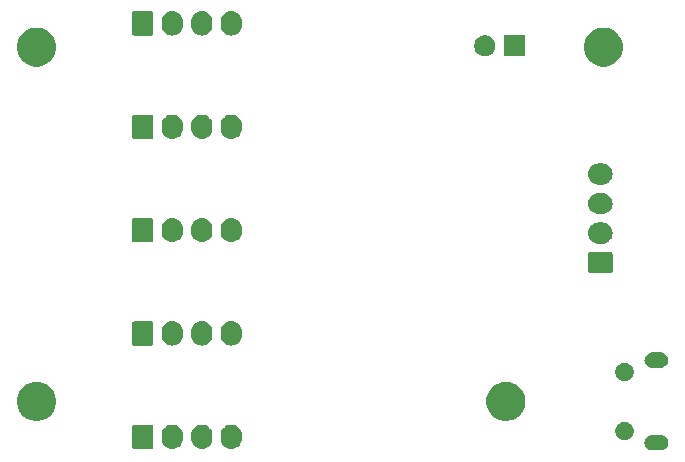
<source format=gbr>
G04 #@! TF.GenerationSoftware,KiCad,Pcbnew,(5.1.5)-3*
G04 #@! TF.CreationDate,2020-12-03T20:27:54+01:00*
G04 #@! TF.ProjectId,MCU_board,4d43555f-626f-4617-9264-2e6b69636164,rev?*
G04 #@! TF.SameCoordinates,Original*
G04 #@! TF.FileFunction,Soldermask,Bot*
G04 #@! TF.FilePolarity,Negative*
%FSLAX46Y46*%
G04 Gerber Fmt 4.6, Leading zero omitted, Abs format (unit mm)*
G04 Created by KiCad (PCBNEW (5.1.5)-3) date 2020-12-03 20:27:54*
%MOMM*%
%LPD*%
G04 APERTURE LIST*
%ADD10C,0.100000*%
G04 APERTURE END LIST*
D10*
G36*
X83031355Y-111432140D02*
G01*
X83095118Y-111438420D01*
X83185904Y-111465960D01*
X83217836Y-111475646D01*
X83330925Y-111536094D01*
X83430054Y-111617446D01*
X83511406Y-111716575D01*
X83571854Y-111829664D01*
X83571855Y-111829668D01*
X83609080Y-111952382D01*
X83621649Y-112080000D01*
X83609080Y-112207618D01*
X83581540Y-112298404D01*
X83571854Y-112330336D01*
X83511406Y-112443425D01*
X83430054Y-112542554D01*
X83330925Y-112623906D01*
X83217836Y-112684354D01*
X83185904Y-112694040D01*
X83095118Y-112721580D01*
X83031355Y-112727860D01*
X82999474Y-112731000D01*
X82235526Y-112731000D01*
X82203645Y-112727860D01*
X82139882Y-112721580D01*
X82049096Y-112694040D01*
X82017164Y-112684354D01*
X81904075Y-112623906D01*
X81804946Y-112542554D01*
X81723594Y-112443425D01*
X81663146Y-112330336D01*
X81653460Y-112298404D01*
X81625920Y-112207618D01*
X81613351Y-112080000D01*
X81625920Y-111952382D01*
X81663145Y-111829668D01*
X81663146Y-111829664D01*
X81723594Y-111716575D01*
X81804946Y-111617446D01*
X81904075Y-111536094D01*
X82017164Y-111475646D01*
X82049096Y-111465960D01*
X82139882Y-111438420D01*
X82203645Y-111432140D01*
X82235526Y-111429000D01*
X82999474Y-111429000D01*
X83031355Y-111432140D01*
G37*
G36*
X41806626Y-110567037D02*
G01*
X41976465Y-110618557D01*
X41976467Y-110618558D01*
X42132989Y-110702221D01*
X42270186Y-110814814D01*
X42353448Y-110916271D01*
X42382778Y-110952009D01*
X42466443Y-111108534D01*
X42517963Y-111278373D01*
X42524482Y-111344558D01*
X42531000Y-111410740D01*
X42531000Y-111749259D01*
X42529185Y-111767683D01*
X42517963Y-111881626D01*
X42466443Y-112051466D01*
X42382778Y-112207991D01*
X42353448Y-112243729D01*
X42270186Y-112345186D01*
X42175250Y-112423097D01*
X42132991Y-112457778D01*
X41976466Y-112541443D01*
X41806627Y-112592963D01*
X41630000Y-112610359D01*
X41453374Y-112592963D01*
X41283535Y-112541443D01*
X41127010Y-112457778D01*
X40989815Y-112345185D01*
X40877222Y-112207991D01*
X40793557Y-112051466D01*
X40742037Y-111881627D01*
X40729000Y-111749258D01*
X40729000Y-111410743D01*
X40742037Y-111278374D01*
X40793557Y-111108535D01*
X40877222Y-110952010D01*
X40877223Y-110952009D01*
X40989814Y-110814814D01*
X41091271Y-110731552D01*
X41127009Y-110702222D01*
X41283534Y-110618557D01*
X41453373Y-110567037D01*
X41630000Y-110549641D01*
X41806626Y-110567037D01*
G37*
G36*
X46806626Y-110567037D02*
G01*
X46976465Y-110618557D01*
X46976467Y-110618558D01*
X47132989Y-110702221D01*
X47270186Y-110814814D01*
X47353448Y-110916271D01*
X47382778Y-110952009D01*
X47466443Y-111108534D01*
X47517963Y-111278373D01*
X47524481Y-111344557D01*
X47531000Y-111410740D01*
X47531000Y-111749259D01*
X47529185Y-111767683D01*
X47517963Y-111881626D01*
X47466443Y-112051466D01*
X47382778Y-112207991D01*
X47353448Y-112243729D01*
X47270186Y-112345186D01*
X47175250Y-112423097D01*
X47132991Y-112457778D01*
X46976466Y-112541443D01*
X46806627Y-112592963D01*
X46630000Y-112610359D01*
X46453374Y-112592963D01*
X46283535Y-112541443D01*
X46127010Y-112457778D01*
X45989815Y-112345185D01*
X45877222Y-112207991D01*
X45793557Y-112051466D01*
X45742037Y-111881627D01*
X45729000Y-111749258D01*
X45729000Y-111410743D01*
X45742037Y-111278374D01*
X45793557Y-111108535D01*
X45877222Y-110952010D01*
X45877223Y-110952009D01*
X45989814Y-110814814D01*
X46091271Y-110731552D01*
X46127009Y-110702222D01*
X46283534Y-110618557D01*
X46453373Y-110567037D01*
X46630000Y-110549641D01*
X46806626Y-110567037D01*
G37*
G36*
X44306626Y-110567037D02*
G01*
X44476465Y-110618557D01*
X44476467Y-110618558D01*
X44632989Y-110702221D01*
X44770186Y-110814814D01*
X44853448Y-110916271D01*
X44882778Y-110952009D01*
X44966443Y-111108534D01*
X45017963Y-111278373D01*
X45024481Y-111344557D01*
X45031000Y-111410740D01*
X45031000Y-111749259D01*
X45029185Y-111767683D01*
X45017963Y-111881626D01*
X44966443Y-112051466D01*
X44882778Y-112207991D01*
X44853448Y-112243729D01*
X44770186Y-112345186D01*
X44675250Y-112423097D01*
X44632991Y-112457778D01*
X44476466Y-112541443D01*
X44306627Y-112592963D01*
X44130000Y-112610359D01*
X43953374Y-112592963D01*
X43783535Y-112541443D01*
X43627010Y-112457778D01*
X43489815Y-112345185D01*
X43377222Y-112207991D01*
X43293557Y-112051466D01*
X43242037Y-111881627D01*
X43229000Y-111749258D01*
X43229000Y-111410743D01*
X43242037Y-111278374D01*
X43293557Y-111108535D01*
X43377222Y-110952010D01*
X43377223Y-110952009D01*
X43489814Y-110814814D01*
X43591271Y-110731552D01*
X43627009Y-110702222D01*
X43783534Y-110618557D01*
X43953373Y-110567037D01*
X44130000Y-110549641D01*
X44306626Y-110567037D01*
G37*
G36*
X39888600Y-110557989D02*
G01*
X39921652Y-110568015D01*
X39952103Y-110584292D01*
X39978799Y-110606201D01*
X40000708Y-110632897D01*
X40016985Y-110663348D01*
X40027011Y-110696400D01*
X40031000Y-110736903D01*
X40031000Y-112423097D01*
X40027011Y-112463600D01*
X40016985Y-112496652D01*
X40000708Y-112527103D01*
X39978799Y-112553799D01*
X39952103Y-112575708D01*
X39921652Y-112591985D01*
X39888600Y-112602011D01*
X39848097Y-112606000D01*
X38411903Y-112606000D01*
X38371400Y-112602011D01*
X38338348Y-112591985D01*
X38307897Y-112575708D01*
X38281201Y-112553799D01*
X38259292Y-112527103D01*
X38243015Y-112496652D01*
X38232989Y-112463600D01*
X38229000Y-112423097D01*
X38229000Y-110736903D01*
X38232989Y-110696400D01*
X38243015Y-110663348D01*
X38259292Y-110632897D01*
X38281201Y-110606201D01*
X38307897Y-110584292D01*
X38338348Y-110568015D01*
X38371400Y-110557989D01*
X38411903Y-110554000D01*
X39848097Y-110554000D01*
X39888600Y-110557989D01*
G37*
G36*
X80143848Y-110333820D02*
G01*
X80143850Y-110333821D01*
X80143851Y-110333821D01*
X80285074Y-110392317D01*
X80285077Y-110392319D01*
X80412169Y-110477239D01*
X80520261Y-110585331D01*
X80572390Y-110663348D01*
X80605183Y-110712426D01*
X80649327Y-110819000D01*
X80663680Y-110853652D01*
X80693500Y-111003569D01*
X80693500Y-111156431D01*
X80669245Y-111278373D01*
X80663679Y-111306351D01*
X80605183Y-111447574D01*
X80605181Y-111447577D01*
X80520261Y-111574669D01*
X80412169Y-111682761D01*
X80312646Y-111749260D01*
X80285074Y-111767683D01*
X80143851Y-111826179D01*
X80143850Y-111826179D01*
X80143848Y-111826180D01*
X79993931Y-111856000D01*
X79841069Y-111856000D01*
X79691152Y-111826180D01*
X79691150Y-111826179D01*
X79691149Y-111826179D01*
X79549926Y-111767683D01*
X79522354Y-111749260D01*
X79422831Y-111682761D01*
X79314739Y-111574669D01*
X79229819Y-111447577D01*
X79229817Y-111447574D01*
X79171321Y-111306351D01*
X79165756Y-111278373D01*
X79141500Y-111156431D01*
X79141500Y-111003569D01*
X79171320Y-110853652D01*
X79185673Y-110819000D01*
X79229817Y-110712426D01*
X79262610Y-110663348D01*
X79314739Y-110585331D01*
X79422831Y-110477239D01*
X79549923Y-110392319D01*
X79549926Y-110392317D01*
X79691149Y-110333821D01*
X79691150Y-110333821D01*
X79691152Y-110333820D01*
X79841069Y-110304000D01*
X79993931Y-110304000D01*
X80143848Y-110333820D01*
G37*
G36*
X70255256Y-106971298D02*
G01*
X70361579Y-106992447D01*
X70662042Y-107116903D01*
X70932451Y-107297585D01*
X71162415Y-107527549D01*
X71343097Y-107797958D01*
X71467553Y-108098421D01*
X71531000Y-108417391D01*
X71531000Y-108742609D01*
X71467553Y-109061579D01*
X71343097Y-109362042D01*
X71162415Y-109632451D01*
X70932451Y-109862415D01*
X70662042Y-110043097D01*
X70361579Y-110167553D01*
X70255256Y-110188702D01*
X70042611Y-110231000D01*
X69717389Y-110231000D01*
X69504744Y-110188702D01*
X69398421Y-110167553D01*
X69097958Y-110043097D01*
X68827549Y-109862415D01*
X68597585Y-109632451D01*
X68416903Y-109362042D01*
X68292447Y-109061579D01*
X68229000Y-108742609D01*
X68229000Y-108417391D01*
X68292447Y-108098421D01*
X68416903Y-107797958D01*
X68597585Y-107527549D01*
X68827549Y-107297585D01*
X69097958Y-107116903D01*
X69398421Y-106992447D01*
X69504744Y-106971298D01*
X69717389Y-106929000D01*
X70042611Y-106929000D01*
X70255256Y-106971298D01*
G37*
G36*
X30505256Y-106971298D02*
G01*
X30611579Y-106992447D01*
X30912042Y-107116903D01*
X31182451Y-107297585D01*
X31412415Y-107527549D01*
X31593097Y-107797958D01*
X31717553Y-108098421D01*
X31781000Y-108417391D01*
X31781000Y-108742609D01*
X31717553Y-109061579D01*
X31593097Y-109362042D01*
X31412415Y-109632451D01*
X31182451Y-109862415D01*
X30912042Y-110043097D01*
X30611579Y-110167553D01*
X30505256Y-110188702D01*
X30292611Y-110231000D01*
X29967389Y-110231000D01*
X29754744Y-110188702D01*
X29648421Y-110167553D01*
X29347958Y-110043097D01*
X29077549Y-109862415D01*
X28847585Y-109632451D01*
X28666903Y-109362042D01*
X28542447Y-109061579D01*
X28479000Y-108742609D01*
X28479000Y-108417391D01*
X28542447Y-108098421D01*
X28666903Y-107797958D01*
X28847585Y-107527549D01*
X29077549Y-107297585D01*
X29347958Y-107116903D01*
X29648421Y-106992447D01*
X29754744Y-106971298D01*
X29967389Y-106929000D01*
X30292611Y-106929000D01*
X30505256Y-106971298D01*
G37*
G36*
X80143848Y-105333820D02*
G01*
X80143850Y-105333821D01*
X80143851Y-105333821D01*
X80285074Y-105392317D01*
X80285077Y-105392319D01*
X80412169Y-105477239D01*
X80520261Y-105585331D01*
X80605181Y-105712423D01*
X80605183Y-105712426D01*
X80663679Y-105853649D01*
X80693500Y-106003571D01*
X80693500Y-106156429D01*
X80663679Y-106306351D01*
X80605183Y-106447574D01*
X80605181Y-106447577D01*
X80520261Y-106574669D01*
X80412169Y-106682761D01*
X80285077Y-106767681D01*
X80285074Y-106767683D01*
X80143851Y-106826179D01*
X80143850Y-106826179D01*
X80143848Y-106826180D01*
X79993931Y-106856000D01*
X79841069Y-106856000D01*
X79691152Y-106826180D01*
X79691150Y-106826179D01*
X79691149Y-106826179D01*
X79549926Y-106767683D01*
X79549923Y-106767681D01*
X79422831Y-106682761D01*
X79314739Y-106574669D01*
X79229819Y-106447577D01*
X79229817Y-106447574D01*
X79171321Y-106306351D01*
X79141500Y-106156429D01*
X79141500Y-106003571D01*
X79171321Y-105853649D01*
X79229817Y-105712426D01*
X79229819Y-105712423D01*
X79314739Y-105585331D01*
X79422831Y-105477239D01*
X79549923Y-105392319D01*
X79549926Y-105392317D01*
X79691149Y-105333821D01*
X79691150Y-105333821D01*
X79691152Y-105333820D01*
X79841069Y-105304000D01*
X79993931Y-105304000D01*
X80143848Y-105333820D01*
G37*
G36*
X83031355Y-104432140D02*
G01*
X83095118Y-104438420D01*
X83185904Y-104465960D01*
X83217836Y-104475646D01*
X83330925Y-104536094D01*
X83430054Y-104617446D01*
X83511406Y-104716575D01*
X83571854Y-104829664D01*
X83571855Y-104829668D01*
X83609080Y-104952382D01*
X83621649Y-105080000D01*
X83609080Y-105207618D01*
X83581540Y-105298404D01*
X83571854Y-105330336D01*
X83511406Y-105443425D01*
X83430054Y-105542554D01*
X83330925Y-105623906D01*
X83217836Y-105684354D01*
X83185904Y-105694040D01*
X83095118Y-105721580D01*
X83031355Y-105727860D01*
X82999474Y-105731000D01*
X82235526Y-105731000D01*
X82203645Y-105727860D01*
X82139882Y-105721580D01*
X82049096Y-105694040D01*
X82017164Y-105684354D01*
X81904075Y-105623906D01*
X81804946Y-105542554D01*
X81723594Y-105443425D01*
X81663146Y-105330336D01*
X81653460Y-105298404D01*
X81625920Y-105207618D01*
X81613351Y-105080000D01*
X81625920Y-104952382D01*
X81663145Y-104829668D01*
X81663146Y-104829664D01*
X81723594Y-104716575D01*
X81804946Y-104617446D01*
X81904075Y-104536094D01*
X82017164Y-104475646D01*
X82049096Y-104465960D01*
X82139882Y-104438420D01*
X82203645Y-104432140D01*
X82235526Y-104429000D01*
X82999474Y-104429000D01*
X83031355Y-104432140D01*
G37*
G36*
X41806626Y-101817037D02*
G01*
X41976465Y-101868557D01*
X41976467Y-101868558D01*
X42132989Y-101952221D01*
X42270186Y-102064814D01*
X42353448Y-102166271D01*
X42382778Y-102202009D01*
X42466443Y-102358534D01*
X42517963Y-102528373D01*
X42531000Y-102660742D01*
X42531000Y-102999257D01*
X42517963Y-103131626D01*
X42466443Y-103301466D01*
X42382778Y-103457991D01*
X42353448Y-103493729D01*
X42270186Y-103595186D01*
X42175250Y-103673097D01*
X42132991Y-103707778D01*
X41976466Y-103791443D01*
X41806627Y-103842963D01*
X41630000Y-103860359D01*
X41453374Y-103842963D01*
X41283535Y-103791443D01*
X41127010Y-103707778D01*
X40989815Y-103595185D01*
X40877222Y-103457991D01*
X40793557Y-103301466D01*
X40742037Y-103131627D01*
X40729000Y-102999258D01*
X40729000Y-102660743D01*
X40742037Y-102528374D01*
X40793557Y-102358535D01*
X40877222Y-102202010D01*
X40877223Y-102202009D01*
X40989814Y-102064814D01*
X41091271Y-101981552D01*
X41127009Y-101952222D01*
X41283534Y-101868557D01*
X41453373Y-101817037D01*
X41630000Y-101799641D01*
X41806626Y-101817037D01*
G37*
G36*
X46806626Y-101817037D02*
G01*
X46976465Y-101868557D01*
X46976467Y-101868558D01*
X47132989Y-101952221D01*
X47270186Y-102064814D01*
X47353448Y-102166271D01*
X47382778Y-102202009D01*
X47466443Y-102358534D01*
X47517963Y-102528373D01*
X47531000Y-102660742D01*
X47531000Y-102999257D01*
X47517963Y-103131626D01*
X47466443Y-103301466D01*
X47382778Y-103457991D01*
X47353448Y-103493729D01*
X47270186Y-103595186D01*
X47175250Y-103673097D01*
X47132991Y-103707778D01*
X46976466Y-103791443D01*
X46806627Y-103842963D01*
X46630000Y-103860359D01*
X46453374Y-103842963D01*
X46283535Y-103791443D01*
X46127010Y-103707778D01*
X45989815Y-103595185D01*
X45877222Y-103457991D01*
X45793557Y-103301466D01*
X45742037Y-103131627D01*
X45729000Y-102999258D01*
X45729000Y-102660743D01*
X45742037Y-102528374D01*
X45793557Y-102358535D01*
X45877222Y-102202010D01*
X45877223Y-102202009D01*
X45989814Y-102064814D01*
X46091271Y-101981552D01*
X46127009Y-101952222D01*
X46283534Y-101868557D01*
X46453373Y-101817037D01*
X46630000Y-101799641D01*
X46806626Y-101817037D01*
G37*
G36*
X44306626Y-101817037D02*
G01*
X44476465Y-101868557D01*
X44476467Y-101868558D01*
X44632989Y-101952221D01*
X44770186Y-102064814D01*
X44853448Y-102166271D01*
X44882778Y-102202009D01*
X44966443Y-102358534D01*
X45017963Y-102528373D01*
X45031000Y-102660742D01*
X45031000Y-102999257D01*
X45017963Y-103131626D01*
X44966443Y-103301466D01*
X44882778Y-103457991D01*
X44853448Y-103493729D01*
X44770186Y-103595186D01*
X44675250Y-103673097D01*
X44632991Y-103707778D01*
X44476466Y-103791443D01*
X44306627Y-103842963D01*
X44130000Y-103860359D01*
X43953374Y-103842963D01*
X43783535Y-103791443D01*
X43627010Y-103707778D01*
X43489815Y-103595185D01*
X43377222Y-103457991D01*
X43293557Y-103301466D01*
X43242037Y-103131627D01*
X43229000Y-102999258D01*
X43229000Y-102660743D01*
X43242037Y-102528374D01*
X43293557Y-102358535D01*
X43377222Y-102202010D01*
X43377223Y-102202009D01*
X43489814Y-102064814D01*
X43591271Y-101981552D01*
X43627009Y-101952222D01*
X43783534Y-101868557D01*
X43953373Y-101817037D01*
X44130000Y-101799641D01*
X44306626Y-101817037D01*
G37*
G36*
X39888600Y-101807989D02*
G01*
X39921652Y-101818015D01*
X39952103Y-101834292D01*
X39978799Y-101856201D01*
X40000708Y-101882897D01*
X40016985Y-101913348D01*
X40027011Y-101946400D01*
X40031000Y-101986903D01*
X40031000Y-103673097D01*
X40027011Y-103713600D01*
X40016985Y-103746652D01*
X40000708Y-103777103D01*
X39978799Y-103803799D01*
X39952103Y-103825708D01*
X39921652Y-103841985D01*
X39888600Y-103852011D01*
X39848097Y-103856000D01*
X38411903Y-103856000D01*
X38371400Y-103852011D01*
X38338348Y-103841985D01*
X38307897Y-103825708D01*
X38281201Y-103803799D01*
X38259292Y-103777103D01*
X38243015Y-103746652D01*
X38232989Y-103713600D01*
X38229000Y-103673097D01*
X38229000Y-101986903D01*
X38232989Y-101946400D01*
X38243015Y-101913348D01*
X38259292Y-101882897D01*
X38281201Y-101856201D01*
X38307897Y-101834292D01*
X38338348Y-101818015D01*
X38371400Y-101807989D01*
X38411903Y-101804000D01*
X39848097Y-101804000D01*
X39888600Y-101807989D01*
G37*
G36*
X78763600Y-95932989D02*
G01*
X78796652Y-95943015D01*
X78827103Y-95959292D01*
X78853799Y-95981201D01*
X78875708Y-96007897D01*
X78891985Y-96038348D01*
X78902011Y-96071400D01*
X78906000Y-96111903D01*
X78906000Y-97548097D01*
X78902011Y-97588600D01*
X78891985Y-97621652D01*
X78875708Y-97652103D01*
X78853799Y-97678799D01*
X78827103Y-97700708D01*
X78796652Y-97716985D01*
X78763600Y-97727011D01*
X78723097Y-97731000D01*
X77036903Y-97731000D01*
X76996400Y-97727011D01*
X76963348Y-97716985D01*
X76932897Y-97700708D01*
X76906201Y-97678799D01*
X76884292Y-97652103D01*
X76868015Y-97621652D01*
X76857989Y-97588600D01*
X76854000Y-97548097D01*
X76854000Y-96111903D01*
X76857989Y-96071400D01*
X76868015Y-96038348D01*
X76884292Y-96007897D01*
X76906201Y-95981201D01*
X76932897Y-95959292D01*
X76963348Y-95943015D01*
X76996400Y-95932989D01*
X77036903Y-95929000D01*
X78723097Y-95929000D01*
X78763600Y-95932989D01*
G37*
G36*
X78115443Y-93435519D02*
G01*
X78181627Y-93442037D01*
X78351466Y-93493557D01*
X78507991Y-93577222D01*
X78543729Y-93606552D01*
X78645186Y-93689814D01*
X78717863Y-93778373D01*
X78757778Y-93827009D01*
X78757779Y-93827011D01*
X78802534Y-93910740D01*
X78841443Y-93983534D01*
X78892963Y-94153373D01*
X78910359Y-94330000D01*
X78892963Y-94506627D01*
X78841443Y-94676466D01*
X78841442Y-94676468D01*
X78824592Y-94707991D01*
X78757778Y-94832991D01*
X78728448Y-94868729D01*
X78645186Y-94970186D01*
X78543729Y-95053448D01*
X78507991Y-95082778D01*
X78351466Y-95166443D01*
X78181627Y-95217963D01*
X78115443Y-95224481D01*
X78049260Y-95231000D01*
X77710740Y-95231000D01*
X77644557Y-95224481D01*
X77578373Y-95217963D01*
X77408534Y-95166443D01*
X77252009Y-95082778D01*
X77216271Y-95053448D01*
X77114814Y-94970186D01*
X77031552Y-94868729D01*
X77002222Y-94832991D01*
X76935408Y-94707991D01*
X76918558Y-94676468D01*
X76918557Y-94676466D01*
X76867037Y-94506627D01*
X76849641Y-94330000D01*
X76867037Y-94153373D01*
X76918557Y-93983534D01*
X76957467Y-93910740D01*
X77002221Y-93827011D01*
X77002222Y-93827009D01*
X77042137Y-93778373D01*
X77114814Y-93689814D01*
X77216271Y-93606552D01*
X77252009Y-93577222D01*
X77408534Y-93493557D01*
X77578373Y-93442037D01*
X77644557Y-93435519D01*
X77710740Y-93429000D01*
X78049260Y-93429000D01*
X78115443Y-93435519D01*
G37*
G36*
X46806626Y-93067037D02*
G01*
X46976465Y-93118557D01*
X46976467Y-93118558D01*
X47132989Y-93202221D01*
X47270186Y-93314814D01*
X47353448Y-93416271D01*
X47382778Y-93452009D01*
X47466443Y-93608534D01*
X47517963Y-93778373D01*
X47531000Y-93910742D01*
X47531000Y-94249257D01*
X47517963Y-94381626D01*
X47466443Y-94551466D01*
X47382778Y-94707991D01*
X47353448Y-94743729D01*
X47270186Y-94845186D01*
X47175250Y-94923097D01*
X47132991Y-94957778D01*
X46976466Y-95041443D01*
X46806627Y-95092963D01*
X46630000Y-95110359D01*
X46453374Y-95092963D01*
X46283535Y-95041443D01*
X46127010Y-94957778D01*
X45989815Y-94845185D01*
X45877222Y-94707991D01*
X45793557Y-94551466D01*
X45742037Y-94381627D01*
X45729000Y-94249258D01*
X45729000Y-93910743D01*
X45742037Y-93778374D01*
X45793557Y-93608535D01*
X45877222Y-93452010D01*
X45877223Y-93452009D01*
X45989814Y-93314814D01*
X46091271Y-93231552D01*
X46127009Y-93202222D01*
X46283534Y-93118557D01*
X46453373Y-93067037D01*
X46630000Y-93049641D01*
X46806626Y-93067037D01*
G37*
G36*
X44306626Y-93067037D02*
G01*
X44476465Y-93118557D01*
X44476467Y-93118558D01*
X44632989Y-93202221D01*
X44770186Y-93314814D01*
X44853448Y-93416271D01*
X44882778Y-93452009D01*
X44966443Y-93608534D01*
X45017963Y-93778373D01*
X45031000Y-93910742D01*
X45031000Y-94249257D01*
X45017963Y-94381626D01*
X44966443Y-94551466D01*
X44882778Y-94707991D01*
X44853448Y-94743729D01*
X44770186Y-94845186D01*
X44675250Y-94923097D01*
X44632991Y-94957778D01*
X44476466Y-95041443D01*
X44306627Y-95092963D01*
X44130000Y-95110359D01*
X43953374Y-95092963D01*
X43783535Y-95041443D01*
X43627010Y-94957778D01*
X43489815Y-94845185D01*
X43377222Y-94707991D01*
X43293557Y-94551466D01*
X43242037Y-94381627D01*
X43229000Y-94249258D01*
X43229000Y-93910743D01*
X43242037Y-93778374D01*
X43293557Y-93608535D01*
X43377222Y-93452010D01*
X43377223Y-93452009D01*
X43489814Y-93314814D01*
X43591271Y-93231552D01*
X43627009Y-93202222D01*
X43783534Y-93118557D01*
X43953373Y-93067037D01*
X44130000Y-93049641D01*
X44306626Y-93067037D01*
G37*
G36*
X41806626Y-93067037D02*
G01*
X41976465Y-93118557D01*
X41976467Y-93118558D01*
X42132989Y-93202221D01*
X42270186Y-93314814D01*
X42353448Y-93416271D01*
X42382778Y-93452009D01*
X42466443Y-93608534D01*
X42517963Y-93778373D01*
X42531000Y-93910742D01*
X42531000Y-94249257D01*
X42517963Y-94381626D01*
X42466443Y-94551466D01*
X42382778Y-94707991D01*
X42353448Y-94743729D01*
X42270186Y-94845186D01*
X42175250Y-94923097D01*
X42132991Y-94957778D01*
X41976466Y-95041443D01*
X41806627Y-95092963D01*
X41630000Y-95110359D01*
X41453374Y-95092963D01*
X41283535Y-95041443D01*
X41127010Y-94957778D01*
X40989815Y-94845185D01*
X40877222Y-94707991D01*
X40793557Y-94551466D01*
X40742037Y-94381627D01*
X40729000Y-94249258D01*
X40729000Y-93910743D01*
X40742037Y-93778374D01*
X40793557Y-93608535D01*
X40877222Y-93452010D01*
X40877223Y-93452009D01*
X40989814Y-93314814D01*
X41091271Y-93231552D01*
X41127009Y-93202222D01*
X41283534Y-93118557D01*
X41453373Y-93067037D01*
X41630000Y-93049641D01*
X41806626Y-93067037D01*
G37*
G36*
X39888600Y-93057989D02*
G01*
X39921652Y-93068015D01*
X39952103Y-93084292D01*
X39978799Y-93106201D01*
X40000708Y-93132897D01*
X40016985Y-93163348D01*
X40027011Y-93196400D01*
X40031000Y-93236903D01*
X40031000Y-94923097D01*
X40027011Y-94963600D01*
X40016985Y-94996652D01*
X40000708Y-95027103D01*
X39978799Y-95053799D01*
X39952103Y-95075708D01*
X39921652Y-95091985D01*
X39888600Y-95102011D01*
X39848097Y-95106000D01*
X38411903Y-95106000D01*
X38371400Y-95102011D01*
X38338348Y-95091985D01*
X38307897Y-95075708D01*
X38281201Y-95053799D01*
X38259292Y-95027103D01*
X38243015Y-94996652D01*
X38232989Y-94963600D01*
X38229000Y-94923097D01*
X38229000Y-93236903D01*
X38232989Y-93196400D01*
X38243015Y-93163348D01*
X38259292Y-93132897D01*
X38281201Y-93106201D01*
X38307897Y-93084292D01*
X38338348Y-93068015D01*
X38371400Y-93057989D01*
X38411903Y-93054000D01*
X39848097Y-93054000D01*
X39888600Y-93057989D01*
G37*
G36*
X78115443Y-90935519D02*
G01*
X78181627Y-90942037D01*
X78351466Y-90993557D01*
X78507991Y-91077222D01*
X78543729Y-91106552D01*
X78645186Y-91189814D01*
X78728448Y-91291271D01*
X78757778Y-91327009D01*
X78841443Y-91483534D01*
X78892963Y-91653373D01*
X78910359Y-91830000D01*
X78892963Y-92006627D01*
X78841443Y-92176466D01*
X78757778Y-92332991D01*
X78728448Y-92368729D01*
X78645186Y-92470186D01*
X78543729Y-92553448D01*
X78507991Y-92582778D01*
X78351466Y-92666443D01*
X78181627Y-92717963D01*
X78115442Y-92724482D01*
X78049260Y-92731000D01*
X77710740Y-92731000D01*
X77644558Y-92724482D01*
X77578373Y-92717963D01*
X77408534Y-92666443D01*
X77252009Y-92582778D01*
X77216271Y-92553448D01*
X77114814Y-92470186D01*
X77031552Y-92368729D01*
X77002222Y-92332991D01*
X76918557Y-92176466D01*
X76867037Y-92006627D01*
X76849641Y-91830000D01*
X76867037Y-91653373D01*
X76918557Y-91483534D01*
X77002222Y-91327009D01*
X77031552Y-91291271D01*
X77114814Y-91189814D01*
X77216271Y-91106552D01*
X77252009Y-91077222D01*
X77408534Y-90993557D01*
X77578373Y-90942037D01*
X77644557Y-90935519D01*
X77710740Y-90929000D01*
X78049260Y-90929000D01*
X78115443Y-90935519D01*
G37*
G36*
X78115443Y-88435519D02*
G01*
X78181627Y-88442037D01*
X78351466Y-88493557D01*
X78507991Y-88577222D01*
X78543729Y-88606552D01*
X78645186Y-88689814D01*
X78728448Y-88791271D01*
X78757778Y-88827009D01*
X78841443Y-88983534D01*
X78892963Y-89153373D01*
X78910359Y-89330000D01*
X78892963Y-89506627D01*
X78841443Y-89676466D01*
X78757778Y-89832991D01*
X78728448Y-89868729D01*
X78645186Y-89970186D01*
X78543729Y-90053448D01*
X78507991Y-90082778D01*
X78351466Y-90166443D01*
X78181627Y-90217963D01*
X78115442Y-90224482D01*
X78049260Y-90231000D01*
X77710740Y-90231000D01*
X77644558Y-90224482D01*
X77578373Y-90217963D01*
X77408534Y-90166443D01*
X77252009Y-90082778D01*
X77216271Y-90053448D01*
X77114814Y-89970186D01*
X77031552Y-89868729D01*
X77002222Y-89832991D01*
X76918557Y-89676466D01*
X76867037Y-89506627D01*
X76849641Y-89330000D01*
X76867037Y-89153373D01*
X76918557Y-88983534D01*
X77002222Y-88827009D01*
X77031552Y-88791271D01*
X77114814Y-88689814D01*
X77216271Y-88606552D01*
X77252009Y-88577222D01*
X77408534Y-88493557D01*
X77578373Y-88442037D01*
X77644557Y-88435519D01*
X77710740Y-88429000D01*
X78049260Y-88429000D01*
X78115443Y-88435519D01*
G37*
G36*
X46806626Y-84317037D02*
G01*
X46976465Y-84368557D01*
X46976467Y-84368558D01*
X47132989Y-84452221D01*
X47270186Y-84564814D01*
X47353448Y-84666271D01*
X47382778Y-84702009D01*
X47466443Y-84858534D01*
X47517963Y-85028373D01*
X47531000Y-85160742D01*
X47531000Y-85499257D01*
X47517963Y-85631626D01*
X47466443Y-85801466D01*
X47382778Y-85957991D01*
X47353448Y-85993729D01*
X47270186Y-86095186D01*
X47175250Y-86173097D01*
X47132991Y-86207778D01*
X46976466Y-86291443D01*
X46806627Y-86342963D01*
X46630000Y-86360359D01*
X46453374Y-86342963D01*
X46283535Y-86291443D01*
X46127010Y-86207778D01*
X45989815Y-86095185D01*
X45877222Y-85957991D01*
X45793557Y-85801466D01*
X45742037Y-85631627D01*
X45729000Y-85499258D01*
X45729000Y-85160743D01*
X45742037Y-85028374D01*
X45793557Y-84858535D01*
X45877222Y-84702010D01*
X45877223Y-84702009D01*
X45989814Y-84564814D01*
X46091271Y-84481552D01*
X46127009Y-84452222D01*
X46283534Y-84368557D01*
X46453373Y-84317037D01*
X46630000Y-84299641D01*
X46806626Y-84317037D01*
G37*
G36*
X44306626Y-84317037D02*
G01*
X44476465Y-84368557D01*
X44476467Y-84368558D01*
X44632989Y-84452221D01*
X44770186Y-84564814D01*
X44853448Y-84666271D01*
X44882778Y-84702009D01*
X44966443Y-84858534D01*
X45017963Y-85028373D01*
X45031000Y-85160742D01*
X45031000Y-85499257D01*
X45017963Y-85631626D01*
X44966443Y-85801466D01*
X44882778Y-85957991D01*
X44853448Y-85993729D01*
X44770186Y-86095186D01*
X44675250Y-86173097D01*
X44632991Y-86207778D01*
X44476466Y-86291443D01*
X44306627Y-86342963D01*
X44130000Y-86360359D01*
X43953374Y-86342963D01*
X43783535Y-86291443D01*
X43627010Y-86207778D01*
X43489815Y-86095185D01*
X43377222Y-85957991D01*
X43293557Y-85801466D01*
X43242037Y-85631627D01*
X43229000Y-85499258D01*
X43229000Y-85160743D01*
X43242037Y-85028374D01*
X43293557Y-84858535D01*
X43377222Y-84702010D01*
X43377223Y-84702009D01*
X43489814Y-84564814D01*
X43591271Y-84481552D01*
X43627009Y-84452222D01*
X43783534Y-84368557D01*
X43953373Y-84317037D01*
X44130000Y-84299641D01*
X44306626Y-84317037D01*
G37*
G36*
X41806626Y-84317037D02*
G01*
X41976465Y-84368557D01*
X41976467Y-84368558D01*
X42132989Y-84452221D01*
X42270186Y-84564814D01*
X42353448Y-84666271D01*
X42382778Y-84702009D01*
X42466443Y-84858534D01*
X42517963Y-85028373D01*
X42531000Y-85160742D01*
X42531000Y-85499257D01*
X42517963Y-85631626D01*
X42466443Y-85801466D01*
X42382778Y-85957991D01*
X42353448Y-85993729D01*
X42270186Y-86095186D01*
X42175250Y-86173097D01*
X42132991Y-86207778D01*
X41976466Y-86291443D01*
X41806627Y-86342963D01*
X41630000Y-86360359D01*
X41453374Y-86342963D01*
X41283535Y-86291443D01*
X41127010Y-86207778D01*
X40989815Y-86095185D01*
X40877222Y-85957991D01*
X40793557Y-85801466D01*
X40742037Y-85631627D01*
X40729000Y-85499258D01*
X40729000Y-85160743D01*
X40742037Y-85028374D01*
X40793557Y-84858535D01*
X40877222Y-84702010D01*
X40877223Y-84702009D01*
X40989814Y-84564814D01*
X41091271Y-84481552D01*
X41127009Y-84452222D01*
X41283534Y-84368557D01*
X41453373Y-84317037D01*
X41630000Y-84299641D01*
X41806626Y-84317037D01*
G37*
G36*
X39888600Y-84307989D02*
G01*
X39921652Y-84318015D01*
X39952103Y-84334292D01*
X39978799Y-84356201D01*
X40000708Y-84382897D01*
X40016985Y-84413348D01*
X40027011Y-84446400D01*
X40031000Y-84486903D01*
X40031000Y-86173097D01*
X40027011Y-86213600D01*
X40016985Y-86246652D01*
X40000708Y-86277103D01*
X39978799Y-86303799D01*
X39952103Y-86325708D01*
X39921652Y-86341985D01*
X39888600Y-86352011D01*
X39848097Y-86356000D01*
X38411903Y-86356000D01*
X38371400Y-86352011D01*
X38338348Y-86341985D01*
X38307897Y-86325708D01*
X38281201Y-86303799D01*
X38259292Y-86277103D01*
X38243015Y-86246652D01*
X38232989Y-86213600D01*
X38229000Y-86173097D01*
X38229000Y-84486903D01*
X38232989Y-84446400D01*
X38243015Y-84413348D01*
X38259292Y-84382897D01*
X38281201Y-84356201D01*
X38307897Y-84334292D01*
X38338348Y-84318015D01*
X38371400Y-84307989D01*
X38411903Y-84304000D01*
X39848097Y-84304000D01*
X39888600Y-84307989D01*
G37*
G36*
X78505256Y-76971298D02*
G01*
X78611579Y-76992447D01*
X78912042Y-77116903D01*
X79182451Y-77297585D01*
X79412415Y-77527549D01*
X79593097Y-77797958D01*
X79717553Y-78098421D01*
X79781000Y-78417391D01*
X79781000Y-78742609D01*
X79717553Y-79061579D01*
X79668562Y-79179853D01*
X79599587Y-79346375D01*
X79593097Y-79362042D01*
X79412415Y-79632451D01*
X79182451Y-79862415D01*
X78912042Y-80043097D01*
X78611579Y-80167553D01*
X78505256Y-80188702D01*
X78292611Y-80231000D01*
X77967389Y-80231000D01*
X77754744Y-80188702D01*
X77648421Y-80167553D01*
X77347958Y-80043097D01*
X77077549Y-79862415D01*
X76847585Y-79632451D01*
X76666903Y-79362042D01*
X76660414Y-79346375D01*
X76591438Y-79179853D01*
X76542447Y-79061579D01*
X76479000Y-78742609D01*
X76479000Y-78417391D01*
X76542447Y-78098421D01*
X76666903Y-77797958D01*
X76847585Y-77527549D01*
X77077549Y-77297585D01*
X77347958Y-77116903D01*
X77648421Y-76992447D01*
X77754744Y-76971298D01*
X77967389Y-76929000D01*
X78292611Y-76929000D01*
X78505256Y-76971298D01*
G37*
G36*
X30505256Y-76971298D02*
G01*
X30611579Y-76992447D01*
X30912042Y-77116903D01*
X31182451Y-77297585D01*
X31412415Y-77527549D01*
X31593097Y-77797958D01*
X31717553Y-78098421D01*
X31781000Y-78417391D01*
X31781000Y-78742609D01*
X31717553Y-79061579D01*
X31668562Y-79179853D01*
X31599587Y-79346375D01*
X31593097Y-79362042D01*
X31412415Y-79632451D01*
X31182451Y-79862415D01*
X30912042Y-80043097D01*
X30611579Y-80167553D01*
X30505256Y-80188702D01*
X30292611Y-80231000D01*
X29967389Y-80231000D01*
X29754744Y-80188702D01*
X29648421Y-80167553D01*
X29347958Y-80043097D01*
X29077549Y-79862415D01*
X28847585Y-79632451D01*
X28666903Y-79362042D01*
X28660414Y-79346375D01*
X28591438Y-79179853D01*
X28542447Y-79061579D01*
X28479000Y-78742609D01*
X28479000Y-78417391D01*
X28542447Y-78098421D01*
X28666903Y-77797958D01*
X28847585Y-77527549D01*
X29077549Y-77297585D01*
X29347958Y-77116903D01*
X29648421Y-76992447D01*
X29754744Y-76971298D01*
X29967389Y-76929000D01*
X30292611Y-76929000D01*
X30505256Y-76971298D01*
G37*
G36*
X68203512Y-77583927D02*
G01*
X68352812Y-77613624D01*
X68516784Y-77681544D01*
X68664354Y-77780147D01*
X68789853Y-77905646D01*
X68888456Y-78053216D01*
X68956376Y-78217188D01*
X68991000Y-78391259D01*
X68991000Y-78568741D01*
X68956376Y-78742812D01*
X68888456Y-78906784D01*
X68789853Y-79054354D01*
X68664354Y-79179853D01*
X68516784Y-79278456D01*
X68352812Y-79346376D01*
X68203512Y-79376073D01*
X68178742Y-79381000D01*
X68001258Y-79381000D01*
X67976488Y-79376073D01*
X67827188Y-79346376D01*
X67663216Y-79278456D01*
X67515646Y-79179853D01*
X67390147Y-79054354D01*
X67291544Y-78906784D01*
X67223624Y-78742812D01*
X67189000Y-78568741D01*
X67189000Y-78391259D01*
X67223624Y-78217188D01*
X67291544Y-78053216D01*
X67390147Y-77905646D01*
X67515646Y-77780147D01*
X67663216Y-77681544D01*
X67827188Y-77613624D01*
X67976488Y-77583927D01*
X68001258Y-77579000D01*
X68178742Y-77579000D01*
X68203512Y-77583927D01*
G37*
G36*
X71531000Y-79381000D02*
G01*
X69729000Y-79381000D01*
X69729000Y-77579000D01*
X71531000Y-77579000D01*
X71531000Y-79381000D01*
G37*
G36*
X44306626Y-75567037D02*
G01*
X44476465Y-75618557D01*
X44476467Y-75618558D01*
X44632989Y-75702221D01*
X44770186Y-75814814D01*
X44853448Y-75916271D01*
X44882778Y-75952009D01*
X44966443Y-76108534D01*
X45017963Y-76278373D01*
X45031000Y-76410742D01*
X45031000Y-76749257D01*
X45017963Y-76881626D01*
X44966443Y-77051466D01*
X44882778Y-77207991D01*
X44853448Y-77243729D01*
X44770186Y-77345186D01*
X44675250Y-77423097D01*
X44632991Y-77457778D01*
X44476466Y-77541443D01*
X44306627Y-77592963D01*
X44130000Y-77610359D01*
X43953374Y-77592963D01*
X43783535Y-77541443D01*
X43627010Y-77457778D01*
X43489815Y-77345185D01*
X43377222Y-77207991D01*
X43293557Y-77051466D01*
X43242037Y-76881627D01*
X43229000Y-76749258D01*
X43229000Y-76410743D01*
X43242037Y-76278374D01*
X43293557Y-76108535D01*
X43377222Y-75952010D01*
X43377223Y-75952009D01*
X43489814Y-75814814D01*
X43591271Y-75731552D01*
X43627009Y-75702222D01*
X43783534Y-75618557D01*
X43953373Y-75567037D01*
X44130000Y-75549641D01*
X44306626Y-75567037D01*
G37*
G36*
X46806626Y-75567037D02*
G01*
X46976465Y-75618557D01*
X46976467Y-75618558D01*
X47132989Y-75702221D01*
X47270186Y-75814814D01*
X47353448Y-75916271D01*
X47382778Y-75952009D01*
X47466443Y-76108534D01*
X47517963Y-76278373D01*
X47531000Y-76410742D01*
X47531000Y-76749257D01*
X47517963Y-76881626D01*
X47466443Y-77051466D01*
X47382778Y-77207991D01*
X47353448Y-77243729D01*
X47270186Y-77345186D01*
X47175250Y-77423097D01*
X47132991Y-77457778D01*
X46976466Y-77541443D01*
X46806627Y-77592963D01*
X46630000Y-77610359D01*
X46453374Y-77592963D01*
X46283535Y-77541443D01*
X46127010Y-77457778D01*
X45989815Y-77345185D01*
X45877222Y-77207991D01*
X45793557Y-77051466D01*
X45742037Y-76881627D01*
X45729000Y-76749258D01*
X45729000Y-76410743D01*
X45742037Y-76278374D01*
X45793557Y-76108535D01*
X45877222Y-75952010D01*
X45877223Y-75952009D01*
X45989814Y-75814814D01*
X46091271Y-75731552D01*
X46127009Y-75702222D01*
X46283534Y-75618557D01*
X46453373Y-75567037D01*
X46630000Y-75549641D01*
X46806626Y-75567037D01*
G37*
G36*
X41806626Y-75567037D02*
G01*
X41976465Y-75618557D01*
X41976467Y-75618558D01*
X42132989Y-75702221D01*
X42270186Y-75814814D01*
X42353448Y-75916271D01*
X42382778Y-75952009D01*
X42466443Y-76108534D01*
X42517963Y-76278373D01*
X42531000Y-76410742D01*
X42531000Y-76749257D01*
X42517963Y-76881626D01*
X42466443Y-77051466D01*
X42382778Y-77207991D01*
X42353448Y-77243729D01*
X42270186Y-77345186D01*
X42175250Y-77423097D01*
X42132991Y-77457778D01*
X41976466Y-77541443D01*
X41806627Y-77592963D01*
X41630000Y-77610359D01*
X41453374Y-77592963D01*
X41283535Y-77541443D01*
X41127010Y-77457778D01*
X40989815Y-77345185D01*
X40877222Y-77207991D01*
X40793557Y-77051466D01*
X40742037Y-76881627D01*
X40729000Y-76749258D01*
X40729000Y-76410743D01*
X40742037Y-76278374D01*
X40793557Y-76108535D01*
X40877222Y-75952010D01*
X40877223Y-75952009D01*
X40989814Y-75814814D01*
X41091271Y-75731552D01*
X41127009Y-75702222D01*
X41283534Y-75618557D01*
X41453373Y-75567037D01*
X41630000Y-75549641D01*
X41806626Y-75567037D01*
G37*
G36*
X39888600Y-75557989D02*
G01*
X39921652Y-75568015D01*
X39952103Y-75584292D01*
X39978799Y-75606201D01*
X40000708Y-75632897D01*
X40016985Y-75663348D01*
X40027011Y-75696400D01*
X40031000Y-75736903D01*
X40031000Y-77423097D01*
X40027011Y-77463600D01*
X40016985Y-77496652D01*
X40000708Y-77527103D01*
X39978799Y-77553799D01*
X39952103Y-77575708D01*
X39921652Y-77591985D01*
X39888600Y-77602011D01*
X39848097Y-77606000D01*
X38411903Y-77606000D01*
X38371400Y-77602011D01*
X38338348Y-77591985D01*
X38307897Y-77575708D01*
X38281201Y-77553799D01*
X38259292Y-77527103D01*
X38243015Y-77496652D01*
X38232989Y-77463600D01*
X38229000Y-77423097D01*
X38229000Y-75736903D01*
X38232989Y-75696400D01*
X38243015Y-75663348D01*
X38259292Y-75632897D01*
X38281201Y-75606201D01*
X38307897Y-75584292D01*
X38338348Y-75568015D01*
X38371400Y-75557989D01*
X38411903Y-75554000D01*
X39848097Y-75554000D01*
X39888600Y-75557989D01*
G37*
M02*

</source>
